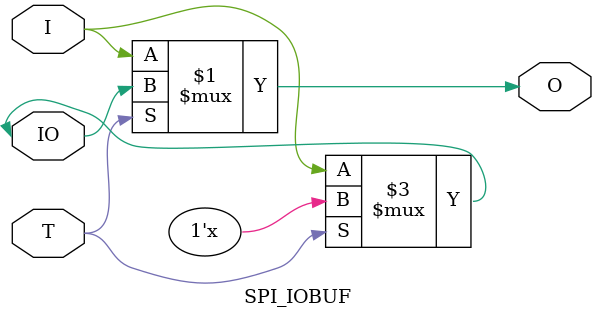
<source format=v>
module GPIO_IOBUF (
	inout  IO,
	output O, 
	input  I, 
	input  T
);

	assign IO = ~T ? I : 1'bz;// gpio_output_mode
	assign O = T ? IO : I;// gpio_intput_mode
	// assign O = T ? IO : 1'b0;// gpio_intput_mode

endmodule // GPIO_IOBUF

module I2C_IOBUF (
	inout  IO,
	input  T,
	input  I, 
	output O
);

	assign O = T ? IO : I;// original
	assign IO = ~T ? I : 1'bz;// original
	// assign IO = ~T ? IN : 1'b1;// for simulation
	
endmodule // I2C_IOBUF

module SPI_IOBUF (
	inout  IO,
	input  T,
	input  I, 
	output O
);

	assign O = T ? IO : I;// original
	assign IO = ~T ? I : 1'bz;// original
	
endmodule // SPI_IOBUF



</source>
